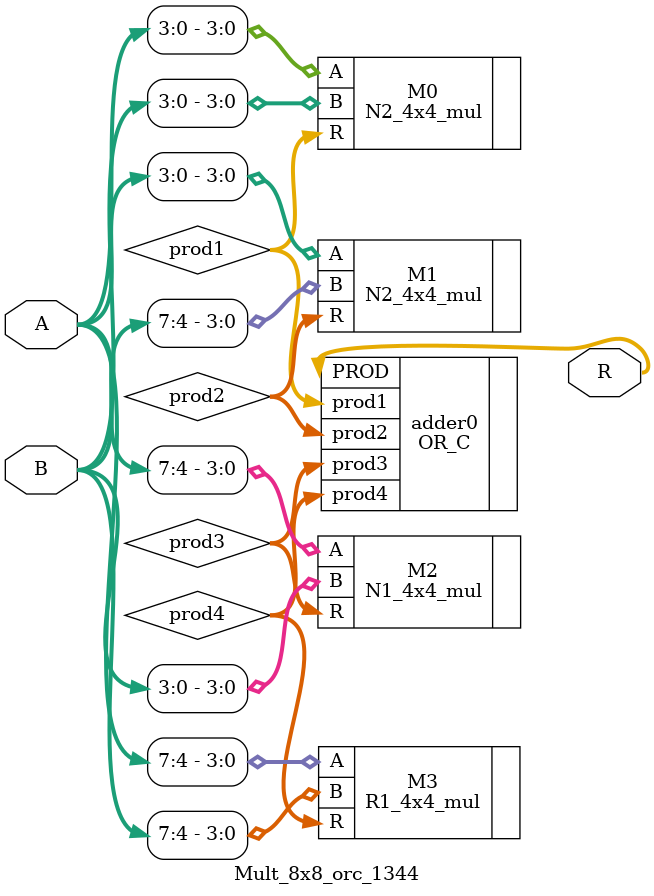
<source format=v>
module Mult_8x8_orc_1344(
input [7:0] A,
input [7:0] B,
output [15:0]R
);
wire [7:0]prod1;
wire [7:0]prod2;
wire [7:0]prod3;
wire [7:0]prod4;

N2_4x4_mul M0(.A(A[3:0]),.B(B[3:0]),.R(prod1));
N2_4x4_mul M1(.A(A[3:0]),.B(B[7:4]),.R(prod2));
N1_4x4_mul M2(.A(A[7:4]),.B(B[3:0]),.R(prod3));
R1_4x4_mul M3(.A(A[7:4]),.B(B[7:4]),.R(prod4));
OR_C adder0(.prod1(prod1),.prod2(prod2),.prod3(prod3),.prod4(prod4),.PROD(R));
endmodule

</source>
